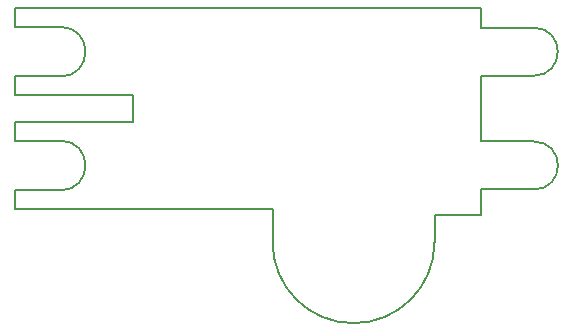
<source format=gko>
G04 #@! TF.FileFunction,Profile,NP*
%FSLAX46Y46*%
G04 Gerber Fmt 4.6, Leading zero omitted, Abs format (unit mm)*
G04 Created by KiCad (PCBNEW 4.0.7-e2-6376~58~ubuntu16.04.1) date Mon Nov  6 13:34:28 2017*
%MOMM*%
%LPD*%
G01*
G04 APERTURE LIST*
%ADD10C,0.100000*%
%ADD11C,0.150000*%
G04 APERTURE END LIST*
D10*
D11*
X144780000Y-100838000D02*
X144780000Y-98026000D01*
X158496000Y-98526000D02*
X162433000Y-98526000D01*
X158496000Y-100838000D02*
X158496000Y-98526000D01*
X144780000Y-100838000D02*
G75*
G03X158496000Y-100838000I6858000J0D01*
G01*
X162433000Y-96368000D02*
X166905000Y-96368000D01*
X162433000Y-98526000D02*
X162433000Y-96368000D01*
X162433000Y-92308000D02*
X166905000Y-92308000D01*
X162433000Y-86731000D02*
X162433000Y-92303000D01*
X166905000Y-86731000D02*
X162433000Y-86731000D01*
X162433000Y-82681000D02*
X166905000Y-82681000D01*
X162433000Y-81026000D02*
X162433000Y-82681000D01*
X166905000Y-86737000D02*
G75*
G03X166905000Y-82681000I0J2028000D01*
G01*
X166905000Y-96378000D02*
G75*
G03X166905000Y-92308000I0J2035000D01*
G01*
X122936000Y-96443000D02*
X126836000Y-96443000D01*
X122936000Y-98026000D02*
X122936000Y-96443000D01*
X122936000Y-92243000D02*
X126836000Y-92243000D01*
X122936000Y-90660000D02*
X122936000Y-92243000D01*
X122936000Y-86806000D02*
X126836000Y-86806000D01*
X122936000Y-88392000D02*
X122936000Y-86806000D01*
X122936000Y-82606000D02*
X126836000Y-82606000D01*
X122936000Y-81026000D02*
X122936000Y-82606000D01*
X126836000Y-86812000D02*
G75*
G03X126836000Y-82606000I0J2103000D01*
G01*
X126836000Y-96443000D02*
G75*
G03X126836000Y-92243000I0J2100000D01*
G01*
X122936000Y-81026000D02*
X162433000Y-81026000D01*
X122936000Y-98026000D02*
X144780000Y-98026000D01*
X132936000Y-90660000D02*
X122936000Y-90660000D01*
X132936000Y-88392000D02*
X132936000Y-90660000D01*
X122936000Y-88392000D02*
X132936000Y-88392000D01*
M02*

</source>
